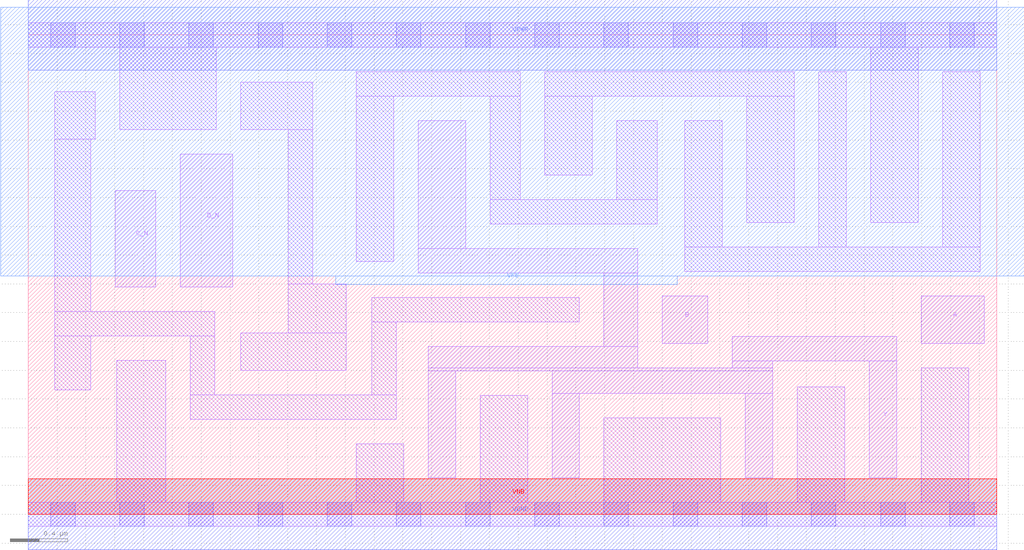
<source format=lef>
# Copyright 2020 The SkyWater PDK Authors
#
# Licensed under the Apache License, Version 2.0 (the "License");
# you may not use this file except in compliance with the License.
# You may obtain a copy of the License at
#
#     https://www.apache.org/licenses/LICENSE-2.0
#
# Unless required by applicable law or agreed to in writing, software
# distributed under the License is distributed on an "AS IS" BASIS,
# WITHOUT WARRANTIES OR CONDITIONS OF ANY KIND, either express or implied.
# See the License for the specific language governing permissions and
# limitations under the License.
#
# SPDX-License-Identifier: Apache-2.0

VERSION 5.7 ;
  NOWIREEXTENSIONATPIN ON ;
  DIVIDERCHAR "/" ;
  BUSBITCHARS "[]" ;
MACRO sky130_fd_sc_lp__nor4bb_2
  CLASS CORE ;
  FOREIGN sky130_fd_sc_lp__nor4bb_2 ;
  ORIGIN  0.000000  0.000000 ;
  SIZE  6.720000 BY  3.330000 ;
  SYMMETRY X Y R90 ;
  SITE unit ;
  PIN A
    ANTENNAGATEAREA  0.630000 ;
    DIRECTION INPUT ;
    USE SIGNAL ;
    PORT
      LAYER li1 ;
        RECT 6.195000 1.185000 6.635000 1.515000 ;
    END
  END A
  PIN B
    ANTENNAGATEAREA  0.630000 ;
    DIRECTION INPUT ;
    USE SIGNAL ;
    PORT
      LAYER li1 ;
        RECT 4.400000 1.185000 4.715000 1.515000 ;
    END
  END B
  PIN C_N
    ANTENNAGATEAREA  0.126000 ;
    DIRECTION INPUT ;
    USE SIGNAL ;
    PORT
      LAYER li1 ;
        RECT 0.605000 1.580000 0.885000 2.250000 ;
    END
  END C_N
  PIN D_N
    ANTENNAGATEAREA  0.126000 ;
    DIRECTION INPUT ;
    USE SIGNAL ;
    PORT
      LAYER li1 ;
        RECT 1.055000 1.580000 1.420000 2.500000 ;
    END
  END D_N
  PIN Y
    ANTENNADIFFAREA  1.293600 ;
    DIRECTION OUTPUT ;
    USE SIGNAL ;
    PORT
      LAYER li1 ;
        RECT 2.705000 1.675000 4.230000 1.845000 ;
        RECT 2.705000 1.845000 3.035000 2.735000 ;
        RECT 2.775000 0.255000 2.965000 0.995000 ;
        RECT 2.775000 0.995000 5.165000 1.015000 ;
        RECT 2.775000 1.015000 4.230000 1.165000 ;
        RECT 3.635000 0.255000 3.825000 0.840000 ;
        RECT 3.635000 0.840000 5.165000 0.995000 ;
        RECT 3.995000 1.165000 4.230000 1.675000 ;
        RECT 4.885000 1.015000 5.165000 1.065000 ;
        RECT 4.885000 1.065000 6.025000 1.235000 ;
        RECT 4.975000 0.255000 5.165000 0.840000 ;
        RECT 5.835000 0.255000 6.025000 1.065000 ;
    END
  END Y
  PIN VGND
    DIRECTION INOUT ;
    USE GROUND ;
    PORT
      LAYER met1 ;
        RECT 0.000000 -0.245000 6.720000 0.245000 ;
    END
  END VGND
  PIN VNB
    DIRECTION INOUT ;
    USE GROUND ;
    PORT
      LAYER pwell ;
        RECT 0.000000 0.000000 6.720000 0.245000 ;
    END
  END VNB
  PIN VPB
    DIRECTION INOUT ;
    USE POWER ;
    PORT
      LAYER nwell ;
        RECT -0.190000 1.655000 6.910000 3.520000 ;
        RECT  2.135000 1.595000 4.505000 1.655000 ;
    END
  END VPB
  PIN VPWR
    DIRECTION INOUT ;
    USE POWER ;
    PORT
      LAYER met1 ;
        RECT 0.000000 3.085000 6.720000 3.575000 ;
    END
  END VPWR
  OBS
    LAYER li1 ;
      RECT 0.000000 -0.085000 6.720000 0.085000 ;
      RECT 0.000000  3.245000 6.720000 3.415000 ;
      RECT 0.185000  0.865000 0.435000 1.240000 ;
      RECT 0.185000  1.240000 1.295000 1.410000 ;
      RECT 0.185000  1.410000 0.435000 2.605000 ;
      RECT 0.185000  2.605000 0.465000 2.935000 ;
      RECT 0.615000  0.085000 0.955000 1.070000 ;
      RECT 0.635000  2.670000 1.305000 3.245000 ;
      RECT 1.125000  0.660000 2.555000 0.830000 ;
      RECT 1.125000  0.830000 1.295000 1.240000 ;
      RECT 1.475000  1.000000 2.205000 1.260000 ;
      RECT 1.475000  2.670000 1.975000 3.000000 ;
      RECT 1.805000  1.260000 2.205000 1.600000 ;
      RECT 1.805000  1.600000 1.975000 2.670000 ;
      RECT 2.275000  0.085000 2.605000 0.490000 ;
      RECT 2.275000  1.755000 2.535000 2.905000 ;
      RECT 2.275000  2.905000 3.415000 3.075000 ;
      RECT 2.385000  0.830000 2.555000 1.335000 ;
      RECT 2.385000  1.335000 3.825000 1.505000 ;
      RECT 3.135000  0.085000 3.465000 0.825000 ;
      RECT 3.205000  2.015000 4.365000 2.185000 ;
      RECT 3.205000  2.185000 3.415000 2.905000 ;
      RECT 3.585000  2.355000 3.915000 2.905000 ;
      RECT 3.585000  2.905000 5.315000 3.075000 ;
      RECT 3.995000  0.085000 4.805000 0.670000 ;
      RECT 4.085000  2.185000 4.365000 2.735000 ;
      RECT 4.555000  1.685000 6.605000 1.855000 ;
      RECT 4.555000  1.855000 4.815000 2.735000 ;
      RECT 4.985000  2.025000 5.315000 2.905000 ;
      RECT 5.335000  0.085000 5.665000 0.885000 ;
      RECT 5.485000  1.855000 5.675000 3.075000 ;
      RECT 5.845000  2.025000 6.175000 3.245000 ;
      RECT 6.195000  0.085000 6.525000 1.015000 ;
      RECT 6.345000  1.855000 6.605000 3.075000 ;
    LAYER mcon ;
      RECT 0.155000 -0.085000 0.325000 0.085000 ;
      RECT 0.155000  3.245000 0.325000 3.415000 ;
      RECT 0.635000 -0.085000 0.805000 0.085000 ;
      RECT 0.635000  3.245000 0.805000 3.415000 ;
      RECT 1.115000 -0.085000 1.285000 0.085000 ;
      RECT 1.115000  3.245000 1.285000 3.415000 ;
      RECT 1.595000 -0.085000 1.765000 0.085000 ;
      RECT 1.595000  3.245000 1.765000 3.415000 ;
      RECT 2.075000 -0.085000 2.245000 0.085000 ;
      RECT 2.075000  3.245000 2.245000 3.415000 ;
      RECT 2.555000 -0.085000 2.725000 0.085000 ;
      RECT 2.555000  3.245000 2.725000 3.415000 ;
      RECT 3.035000 -0.085000 3.205000 0.085000 ;
      RECT 3.035000  3.245000 3.205000 3.415000 ;
      RECT 3.515000 -0.085000 3.685000 0.085000 ;
      RECT 3.515000  3.245000 3.685000 3.415000 ;
      RECT 3.995000 -0.085000 4.165000 0.085000 ;
      RECT 3.995000  3.245000 4.165000 3.415000 ;
      RECT 4.475000 -0.085000 4.645000 0.085000 ;
      RECT 4.475000  3.245000 4.645000 3.415000 ;
      RECT 4.955000 -0.085000 5.125000 0.085000 ;
      RECT 4.955000  3.245000 5.125000 3.415000 ;
      RECT 5.435000 -0.085000 5.605000 0.085000 ;
      RECT 5.435000  3.245000 5.605000 3.415000 ;
      RECT 5.915000 -0.085000 6.085000 0.085000 ;
      RECT 5.915000  3.245000 6.085000 3.415000 ;
      RECT 6.395000 -0.085000 6.565000 0.085000 ;
      RECT 6.395000  3.245000 6.565000 3.415000 ;
  END
END sky130_fd_sc_lp__nor4bb_2
END LIBRARY

</source>
